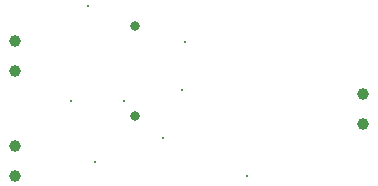
<source format=gbr>
%TF.GenerationSoftware,KiCad,Pcbnew,9.0.2*%
%TF.CreationDate,2025-06-14T21:55:27+08:00*%
%TF.ProjectId,Tiny Solar Supply,54696e79-2053-46f6-9c61-722053757070,rev?*%
%TF.SameCoordinates,Original*%
%TF.FileFunction,Plated,1,2,PTH,Drill*%
%TF.FilePolarity,Positive*%
%FSLAX46Y46*%
G04 Gerber Fmt 4.6, Leading zero omitted, Abs format (unit mm)*
G04 Created by KiCad (PCBNEW 9.0.2) date 2025-06-14 21:55:27*
%MOMM*%
%LPD*%
G01*
G04 APERTURE LIST*
%TA.AperFunction,ViaDrill*%
%ADD10C,0.300000*%
%TD*%
%TA.AperFunction,ComponentDrill*%
%ADD11C,0.800000*%
%TD*%
%TA.AperFunction,ComponentDrill*%
%ADD12C,1.000000*%
%TD*%
G04 APERTURE END LIST*
D10*
X83439000Y-93980000D03*
X84836000Y-85979000D03*
X85471000Y-99187000D03*
X87884000Y-93980000D03*
X91186000Y-97155000D03*
X92837000Y-93091000D03*
X93091000Y-89027000D03*
X98298000Y-100330000D03*
D11*
%TO.C,J3*%
X88887500Y-87672500D03*
X88887500Y-95292500D03*
D12*
%TO.C,J4*%
X78680000Y-88905000D03*
X78680000Y-91445000D03*
%TO.C,J2*%
X78680000Y-97795000D03*
X78680000Y-100335000D03*
%TO.C,J1*%
X108187800Y-93390800D03*
X108187800Y-95930800D03*
M02*

</source>
